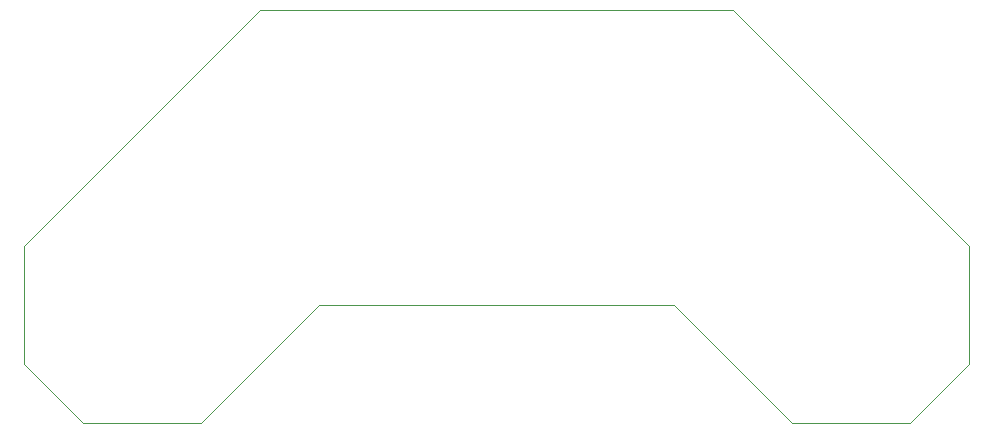
<source format=gm1>
G04 #@! TF.GenerationSoftware,KiCad,Pcbnew,(5.1.12-1-10_14)*
G04 #@! TF.CreationDate,2022-01-17T12:40:03-05:00*
G04 #@! TF.ProjectId,datum,64617475-6d2e-46b6-9963-61645f706362,rev?*
G04 #@! TF.SameCoordinates,Original*
G04 #@! TF.FileFunction,Profile,NP*
%FSLAX46Y46*%
G04 Gerber Fmt 4.6, Leading zero omitted, Abs format (unit mm)*
G04 Created by KiCad (PCBNEW (5.1.12-1-10_14)) date 2022-01-17 12:40:03*
%MOMM*%
%LPD*%
G01*
G04 APERTURE LIST*
G04 #@! TA.AperFunction,Profile*
%ADD10C,0.050000*%
G04 #@! TD*
G04 APERTURE END LIST*
D10*
X20000000Y35000000D02*
X0Y15000000D01*
X60000000Y35000000D02*
X20000000Y35000000D01*
X80000000Y15000000D02*
X60000000Y35000000D01*
X80000000Y5000000D02*
X80000000Y15000000D01*
X75000000Y0D02*
X80000000Y5000000D01*
X65000000Y0D02*
X75000000Y0D01*
X55000000Y10000000D02*
X65000000Y0D01*
X25000000Y10000000D02*
X55000000Y10000000D01*
X15000000Y0D02*
X25000000Y10000000D01*
X0Y5000000D02*
X0Y15000000D01*
X5000000Y0D02*
X0Y5000000D01*
X5000000Y0D02*
X15000000Y0D01*
M02*

</source>
